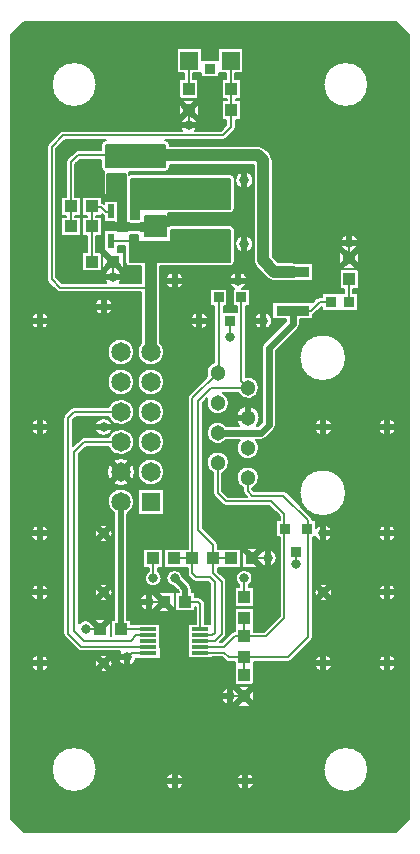
<source format=gbr>
G04 DesignSpark PCB PRO Gerber Version 10.0 Build 5299*
G04 #@! TF.Part,Single*
G04 #@! TF.FileFunction,Copper,L1,Top*
G04 #@! TF.FilePolarity,Positive*
%FSLAX36Y36*%
%MOIN*%
G04 #@! TA.AperFunction,SMDPad,CuDef*
%ADD27R,0.02362X0.04724*%
%ADD72R,0.03150X0.04528*%
%ADD76R,0.03937X0.04291*%
%ADD28R,0.05500X0.06000*%
%ADD80R,0.03346X0.03346*%
%ADD78R,0.03543X0.03543*%
%ADD81R,0.03740X0.03740*%
%ADD77R,0.05906X0.05906*%
G04 #@! TA.AperFunction,ComponentPad*
%ADD25R,0.06496X0.06496*%
G04 #@! TD.AperFunction*
%ADD17C,0.00500*%
%ADD18C,0.00787*%
%ADD22C,0.01969*%
%ADD20C,0.02000*%
%ADD24C,0.02362*%
G04 #@! TA.AperFunction,ViaPad*
%ADD21C,0.03200*%
G04 #@! TD.AperFunction*
%ADD23C,0.03937*%
G04 #@! TA.AperFunction,ComponentPad*
%ADD74C,0.05130*%
%ADD26C,0.06496*%
G04 #@! TA.AperFunction,SMDPad,CuDef*
%ADD75R,0.05512X0.01181*%
%ADD79R,0.11063X0.03465*%
%ADD73R,0.04291X0.03937*%
%ADD29R,0.18898X0.08858*%
G04 #@! TD.AperFunction*
X0Y0D02*
D02*
D17*
X803150Y2447441D02*
Y2497441D01*
D02*
D18*
X69744Y2689839D02*
Y73941D01*
X113311Y30374D01*
X1351256D01*
X1394823Y73941D01*
Y2689839D01*
X1351256Y2733406D01*
X113311D01*
X69744Y2689839D01*
X135417Y594488D02*
G75*
G02*
X195291I29937J0D01*
G01*
G75*
G02*
X135417I-29937J0D01*
G01*
Y830709D02*
G75*
G02*
X195291I29937J0D01*
G01*
G75*
G02*
X135417I-29937J0D01*
G01*
Y1027559D02*
G75*
G02*
X195291I29937J0D01*
G01*
G75*
G02*
X135417I-29937J0D01*
G01*
Y1381890D02*
G75*
G02*
X195291I29937J0D01*
G01*
G75*
G02*
X135417I-29937J0D01*
G01*
Y1736220D02*
G75*
G02*
X195291I29937J0D01*
G01*
G75*
G02*
X135417I-29937J0D01*
G01*
X1019843Y1928150D02*
X1075000D01*
Y1869882D01*
X1019843D01*
G75*
G02*
X1007874Y1867520I-11969J29138D01*
G01*
X947441D01*
G75*
G02*
X925142Y1876772I0J31496D01*
G01*
X887205Y1914709D01*
G75*
G02*
X877953Y1937008I22244J22299D01*
G01*
Y2255906D01*
X598425D01*
Y2248031D01*
G75*
G02*
X582677Y2232283I-15748J0D01*
G01*
X462697D01*
Y2223299D01*
G75*
G02*
X468504Y2224409I5807J-14638D01*
G01*
X799213D01*
G75*
G02*
X814961Y2208661I0J-15748D01*
G01*
Y2110236D01*
G75*
G02*
X799213Y2094488I-15748J0D01*
G01*
X592618D01*
Y2051740D01*
G75*
G02*
X594488Y2053008I9752J-12374D01*
G01*
Y2056102D01*
X807087D01*
Y2053008D01*
G75*
G02*
X814961Y2039370I-7874J-13638D01*
G01*
Y1933071D01*
G75*
G02*
X799213Y1917323I-15748J0D01*
G01*
X566929D01*
Y1663031D01*
G75*
G02*
X579724Y1631890I-31500J-31142D01*
G01*
G75*
G02*
X491142I-44291J0D01*
G01*
G75*
G02*
X503937Y1663031I44295J0D01*
G01*
Y1830709D01*
X232307D01*
G75*
G02*
X221150Y1835323I-20J15748D01*
G01*
X193591Y1862882D01*
G75*
G02*
X188976Y1874016I11134J11138D01*
G01*
Y2314961D01*
G75*
G02*
X193591Y2326094I15748J-4D01*
G01*
X232961Y2365465D01*
G75*
G02*
X244118Y2370079I11138J-11134D01*
G01*
X638862D01*
G75*
G02*
X634118Y2402047I22555J19685D01*
G01*
X627795D01*
Y2472835D01*
X695039D01*
Y2402047D01*
X688717D01*
G75*
G02*
X683972Y2370079I-27299J-12283D01*
G01*
X769067D01*
X787402Y2388413D01*
Y2404173D01*
X771654D01*
Y2470709D01*
X788839D01*
Y2474173D01*
X771654D01*
Y2540709D01*
X785433D01*
Y2561024D01*
X761811D01*
Y2547244D01*
X702756D01*
Y2561024D01*
X677165D01*
Y2540709D01*
X692913D01*
Y2474173D01*
X629921D01*
Y2540709D01*
X645669D01*
Y2561024D01*
X622047D01*
Y2643701D01*
X704724D01*
Y2606299D01*
X759843D01*
Y2643701D01*
X842520D01*
Y2561024D01*
X816929D01*
Y2540709D01*
X834646D01*
Y2474173D01*
X817461D01*
Y2470709D01*
X834646D01*
Y2404173D01*
X818898D01*
Y2381890D01*
G75*
G02*
X814283Y2370756I-15748J4D01*
G01*
X786724Y2343197D01*
G75*
G02*
X775567Y2338583I-11138J11134D01*
G01*
X582677D01*
G75*
G02*
X598425Y2322835I0J-15748D01*
G01*
Y2318898D01*
X893657D01*
G75*
G02*
X915972Y2309673I43J-31496D01*
G01*
X931720Y2293925D01*
G75*
G02*
X940945Y2271654I-22272J-22272D01*
G01*
G75*
G02*
Y2271642I-13268J-4D01*
G01*
G75*
G02*
Y2271610I-11953J-16D01*
G01*
Y1950055D01*
X960488Y1930512D01*
X1007874D01*
G75*
G02*
X1019843Y1928150I0J-31500D01*
G01*
X1165354Y1907717D02*
X1228346D01*
Y1841181D01*
X1210630D01*
Y1829724D01*
X1225394D01*
Y1768701D01*
X1105315D01*
Y1783465D01*
X1104949D01*
X1080622Y1759142D01*
G75*
G02*
X1075000Y1755524I-11138J11130D01*
G01*
Y1741142D01*
X1031496D01*
Y1724409D01*
G75*
G02*
X1024567Y1707697I-23622J0D01*
G01*
X952756Y1635886D01*
Y1389764D01*
G75*
G02*
X945827Y1373051I-23622J0D01*
G01*
X918681Y1345906D01*
G75*
G02*
X901969Y1338976I-16713J16693D01*
G01*
X884866D01*
G75*
G02*
X895728Y1312598I-26598J-26378D01*
G01*
G75*
G02*
X820807I-37461J0D01*
G01*
G75*
G02*
X831669Y1338976I37461J0D01*
G01*
X787343D01*
G75*
G02*
X720807Y1362598I-29075J23622D01*
G01*
G75*
G02*
X787343Y1386220I37461J0D01*
G01*
X828748D01*
G75*
G02*
X818681Y1412598I29520J26374D01*
G01*
G75*
G02*
X897854I39587J0D01*
G01*
G75*
G02*
X887787Y1386220I-39587J-4D01*
G01*
X892185D01*
X905512Y1399547D01*
Y1645669D01*
G75*
G02*
X912441Y1662382I23622J0D01*
G01*
X984252Y1734193D01*
Y1741142D01*
X940748D01*
Y1799409D01*
X1075000D01*
Y1798059D01*
X1087291Y1810346D01*
G75*
G02*
X1098449Y1814961I11138J-11134D01*
G01*
X1105315D01*
Y1829724D01*
X1179134D01*
Y1841181D01*
X1165354D01*
Y1907717D01*
X1030512Y1162559D02*
G75*
G02*
X1186024I77756J0D01*
G01*
G75*
G02*
X1030512I-77756J0D01*
G01*
Y1612638D02*
G75*
G02*
X1186024I77756J0D01*
G01*
G75*
G02*
X1030512I-77756J0D01*
G01*
X1080299Y1381890D02*
G75*
G02*
X1140173I29937J0D01*
G01*
G75*
G02*
X1080299I-29937J0D01*
G01*
X1085630Y1044610D02*
G75*
G02*
X1140173Y1027559I24606J-17051D01*
G01*
G75*
G02*
X1083173Y1014764I-29937J0D01*
G01*
X1074803D01*
Y681102D01*
G75*
G02*
X1070177Y669953I-15748J0D01*
G01*
X1003508Y603287D01*
G75*
G02*
X992358Y598661I-11150J11122D01*
G01*
X877953D01*
Y521220D01*
X814961D01*
Y598425D01*
X795299D01*
G75*
G02*
X784142Y603039I-20J15748D01*
G01*
X773205Y613972D01*
X739409D01*
Y612008D01*
X660669D01*
Y726181D01*
X685039D01*
Y783465D01*
X682441D01*
Y767717D01*
X615906D01*
Y830709D01*
X627520D01*
Y833984D01*
X611201Y850299D01*
G75*
G02*
X586362Y877953I2972J27654D01*
G01*
G75*
G02*
X641827Y880925I27811J0D01*
G01*
X664484Y858264D01*
G75*
G02*
X670827Y842953I-15311J-15311D01*
G01*
Y830709D01*
X682441D01*
Y814961D01*
X692913D01*
G75*
G02*
X704075Y810323I0J-15748D01*
G01*
X711898Y802500D01*
G75*
G02*
X716535Y791339I-11110J-11161D01*
G01*
Y726181D01*
X732283D01*
Y859618D01*
X725760Y866142D01*
X685063D01*
G75*
G02*
X673906Y870756I-20J15748D01*
G01*
X662094Y882567D01*
G75*
G02*
X657480Y893701I11134J11138D01*
G01*
Y913386D01*
X580472D01*
Y976378D01*
X657913D01*
Y1477992D01*
G75*
G02*
X662528Y1489126I15748J-4D01*
G01*
X723098Y1549701D01*
G75*
G02*
X746063Y1598016I35169J12898D01*
G01*
Y1786417D01*
X733268D01*
Y1843504D01*
X790354D01*
Y1786417D01*
X777559D01*
Y1766890D01*
X820866D01*
Y1786417D01*
X808071D01*
Y1843504D01*
X812988D01*
G75*
G02*
X796835Y1870079I13783J26575D01*
G01*
G75*
G02*
X856709I29937J0D01*
G01*
G75*
G02*
X840555Y1843504I-29937J0D01*
G01*
X865157D01*
Y1786417D01*
X852362D01*
Y1549591D01*
G75*
G02*
X895728Y1512598I5906J-36992D01*
G01*
G75*
G02*
X824654Y1496063I-37461J0D01*
G01*
X775102D01*
G75*
G02*
X795728Y1462598I-16835J-33465D01*
G01*
G75*
G02*
X720807I-37461J0D01*
G01*
G75*
G02*
X723689Y1477008I37457J0D01*
G01*
X708661Y1461980D01*
Y1045894D01*
X754795Y999756D01*
G75*
G02*
X759409Y988622I-11134J-11138D01*
G01*
Y976378D01*
X836850D01*
Y913386D01*
X759843D01*
Y900224D01*
X782787Y877276D01*
G75*
G02*
X787402Y866142I-11134J-11138D01*
G01*
Y692913D01*
G75*
G02*
X782787Y681780I-15748J4D01*
G01*
X766165Y665154D01*
X772803D01*
X803827Y696173D01*
G75*
G02*
X814961Y700787I11138J-11134D01*
G01*
Y777598D01*
X877953D01*
Y700157D01*
X914102D01*
X964567Y750618D01*
Y1014764D01*
X953740D01*
Y1071850D01*
X964567D01*
Y1084028D01*
X930484Y1118110D01*
X787425D01*
G75*
G02*
X776268Y1122724I-20J15748D01*
G01*
X747134Y1151858D01*
G75*
G02*
X742520Y1162992I11134J11138D01*
G01*
Y1228610D01*
G75*
G02*
X720807Y1262598I15748J33988D01*
G01*
G75*
G02*
X795728I37461J0D01*
G01*
G75*
G02*
X774016Y1228610I-37461J0D01*
G01*
Y1169516D01*
X793925Y1149606D01*
X855681D01*
X847134Y1158157D01*
G75*
G02*
X842520Y1169291I11134J11138D01*
G01*
Y1178610D01*
G75*
G02*
X820807Y1212598I15748J33988D01*
G01*
G75*
G02*
X895728I37461J0D01*
G01*
G75*
G02*
X874016Y1178610I-37461J0D01*
G01*
Y1175815D01*
X880539Y1169291D01*
X976354D01*
G75*
G02*
X987512Y1164677I20J-15748D01*
G01*
X1070189Y1082000D01*
G75*
G02*
X1074772Y1071850I-11134J-11138D01*
G01*
X1085630D01*
Y1044610D01*
X1080299Y594488D02*
G75*
G02*
X1140173I29937J0D01*
G01*
G75*
G02*
X1080299I-29937J0D01*
G01*
X1110236Y240157D02*
G75*
G02*
X1259843I74803J0D01*
G01*
G75*
G02*
X1110236I-74803J0D01*
G01*
X1080299Y830709D02*
G75*
G02*
X1140173I29937J0D01*
G01*
G75*
G02*
X1080299I-29937J0D01*
G01*
X812835Y519882D02*
X880079D01*
Y449094D01*
X812835D01*
Y457594D01*
G75*
G02*
X769276Y484252I-13622J26657D01*
G01*
G75*
G02*
X812835Y510909I29937J0D01*
G01*
Y519882D01*
X820457Y200787D02*
G75*
G02*
X880331I29937J0D01*
G01*
G75*
G02*
X820457I-29937J0D01*
G01*
X862205Y847598D02*
X877953D01*
Y781063D01*
X814961D01*
Y847598D01*
X830709D01*
Y855031D01*
G75*
G02*
X818646Y877953I15748J22921D01*
G01*
G75*
G02*
X874268I27811J0D01*
G01*
G75*
G02*
X862205Y855031I-27811J0D01*
G01*
Y847598D01*
X908976Y970043D02*
G75*
G02*
X955134Y944882I16220J-25161D01*
G01*
G75*
G02*
X908976Y919720I-29937J0D01*
G01*
Y911260D01*
X838189D01*
Y978504D01*
X908976D01*
Y970043D01*
X879512Y1736220D02*
G75*
G02*
X939386I29937J0D01*
G01*
G75*
G02*
X879512I-29937J0D01*
G01*
X816520Y1992126D02*
G75*
G02*
X876394I29937J0D01*
G01*
G75*
G02*
X816520I-29937J0D01*
G01*
Y2204724D02*
G75*
G02*
X876394I29937J0D01*
G01*
G75*
G02*
X816520I-29937J0D01*
G01*
X584236Y1870079D02*
G75*
G02*
X644110I29937J0D01*
G01*
G75*
G02*
X584236I-29937J0D01*
G01*
X666913Y1736220D02*
G75*
G02*
X726787I29937J0D01*
G01*
G75*
G02*
X666913I-29937J0D01*
G01*
X566181Y649567D02*
X568307D01*
Y609882D01*
X486319D01*
G75*
G02*
X426756Y614173I-29626J4291D01*
G01*
G75*
G02*
X433965Y633657I29937J0D01*
G01*
X369520D01*
G75*
G02*
X366823Y633858I-185J15740D01*
G01*
X303173D01*
G75*
G02*
X292016Y638472I-20J15748D01*
G01*
X248709Y681780D01*
G75*
G02*
X244094Y692913I11134J11138D01*
G01*
Y1413386D01*
G75*
G02*
X248709Y1424520I15748J-4D01*
G01*
X267213Y1443024D01*
G75*
G02*
X278370Y1447638I11138J-11134D01*
G01*
X394035D01*
G75*
G02*
X479724Y1431890I41398J-15748D01*
G01*
G75*
G02*
X394035Y1416142I-44291J0D01*
G01*
X284870D01*
X275591Y1406862D01*
Y1317547D01*
X301071Y1343024D01*
G75*
G02*
X312228Y1347638I11138J-11134D01*
G01*
X394035D01*
G75*
G02*
X479724Y1331890I41398J-15748D01*
G01*
G75*
G02*
X394035Y1316142I-44291J0D01*
G01*
X318728D01*
X295276Y1292689D01*
Y727051D01*
G75*
G02*
X331181Y735961I23622J-18390D01*
G01*
Y742087D01*
X401969D01*
Y684839D01*
X403307D01*
Y739961D01*
X413780D01*
Y1093252D01*
G75*
G02*
X391142Y1131890I21654J38638D01*
G01*
G75*
G02*
X479724I44291J0D01*
G01*
G75*
G02*
X457087Y1093252I-44291J0D01*
G01*
Y739961D01*
X469843D01*
Y724209D01*
X487441D01*
Y726181D01*
X566181D01*
Y649567D01*
X348016Y1381890D02*
G75*
G02*
X407890I29937J0D01*
G01*
G75*
G02*
X348016I-29937J0D01*
G01*
Y830709D02*
G75*
G02*
X407890I29937J0D01*
G01*
G75*
G02*
X348016I-29937J0D01*
G01*
Y1027559D02*
G75*
G02*
X407890I29937J0D01*
G01*
G75*
G02*
X348016I-29937J0D01*
G01*
X389016Y1231890D02*
G75*
G02*
X481850I46417J0D01*
G01*
G75*
G02*
X389016I-46417J0D01*
G01*
X348016Y594488D02*
G75*
G02*
X407890I29937J0D01*
G01*
G75*
G02*
X348016I-29937J0D01*
G01*
Y1783465D02*
G75*
G02*
X407890I29937J0D01*
G01*
G75*
G02*
X348016I-29937J0D01*
G01*
X391142Y1531890D02*
G75*
G02*
X479724I44291J0D01*
G01*
G75*
G02*
X391142I-44291J0D01*
G01*
Y1631890D02*
G75*
G02*
X479724I44291J0D01*
G01*
G75*
G02*
X391142I-44291J0D01*
G01*
X491142Y1176181D02*
X579724D01*
Y1087598D01*
X491142D01*
Y1176181D01*
X543780Y832835D02*
X614567D01*
Y765591D01*
X543780D01*
Y774051D01*
G75*
G02*
X497622Y799213I-16220J25161D01*
G01*
G75*
G02*
X543780Y824374I29937J0D01*
G01*
Y832835D01*
X584236Y200787D02*
G75*
G02*
X644110I29937J0D01*
G01*
G75*
G02*
X584236I-29937J0D01*
G01*
X510472Y976378D02*
X577008D01*
Y913386D01*
X559488D01*
Y900571D01*
G75*
G02*
X571118Y877953I-16181J-22618D01*
G01*
G75*
G02*
X515496I-27811J0D01*
G01*
G75*
G02*
X527992Y901165I27811J0D01*
G01*
Y913386D01*
X510472D01*
Y976378D01*
X491142Y1231890D02*
G75*
G02*
X579724I44291J0D01*
G01*
G75*
G02*
X491142I-44291J0D01*
G01*
Y1331890D02*
G75*
G02*
X579724I44291J0D01*
G01*
G75*
G02*
X491142I-44291J0D01*
G01*
Y1431890D02*
G75*
G02*
X579724I44291J0D01*
G01*
G75*
G02*
X491142I-44291J0D01*
G01*
Y1531890D02*
G75*
G02*
X579724I44291J0D01*
G01*
G75*
G02*
X491142I-44291J0D01*
G01*
X204724Y240157D02*
G75*
G02*
X354331I74803J0D01*
G01*
G75*
G02*
X204724I-74803J0D01*
G01*
Y2523622D02*
G75*
G02*
X354331I74803J0D01*
G01*
G75*
G02*
X204724I-74803J0D01*
G01*
X1110236D02*
G75*
G02*
X1259843I74803J0D01*
G01*
G75*
G02*
X1110236I-74803J0D01*
G01*
X1222012Y1979843D02*
X1230472D01*
Y1909055D01*
X1163228D01*
Y1979843D01*
X1171689D01*
G75*
G02*
X1166913Y1996063I25161J16220D01*
G01*
G75*
G02*
X1226787I29937J0D01*
G01*
G75*
G02*
X1222012Y1979843I-29937J0D01*
G01*
X1292898Y594488D02*
G75*
G02*
X1352772I29937J0D01*
G01*
G75*
G02*
X1292898I-29937J0D01*
G01*
Y830709D02*
G75*
G02*
X1352772I29937J0D01*
G01*
G75*
G02*
X1292898I-29937J0D01*
G01*
Y1027559D02*
G75*
G02*
X1352772I29937J0D01*
G01*
G75*
G02*
X1292898I-29937J0D01*
G01*
Y1381890D02*
G75*
G02*
X1352772I29937J0D01*
G01*
G75*
G02*
X1292898I-29937J0D01*
G01*
X73681Y200787D02*
G36*
X73681Y200787D02*
Y70004D01*
X109374Y34311D01*
X1355193D01*
X1390886Y70004D01*
Y200787D01*
X1248642D01*
G75*
G02*
X1121437I-63602J39370D01*
G01*
X880331D01*
G75*
G02*
X820457I-29937J0D01*
G01*
X644110D01*
G75*
G02*
X584236I-29937J0D01*
G01*
X343130D01*
G75*
G02*
X215925I-63602J39370D01*
G01*
X73681D01*
G37*
Y240157D02*
G36*
X73681Y240157D02*
Y200787D01*
X215925D01*
G75*
G02*
X204724Y240157I63606J39374D01*
G01*
X73681D01*
G37*
X354331D02*
G36*
X354331Y240157D02*
G75*
G02*
X343130Y200787I-74807J4D01*
G01*
X584236D01*
G75*
G02*
X644110I29937J0D01*
G01*
X820457D01*
G75*
G02*
X880331I29937J0D01*
G01*
X1121437D01*
G75*
G02*
X1110236Y240157I63606J39374D01*
G01*
X354331D01*
G37*
X1259843D02*
G36*
X1259843Y240157D02*
G75*
G02*
X1248642Y200787I-74807J4D01*
G01*
X1390886D01*
Y240157D01*
X1259843D01*
G37*
X73681Y484488D02*
G36*
X73681Y484488D02*
Y240157D01*
X204724D01*
G75*
G02*
X354331I74803J0D01*
G01*
X1110236D01*
G75*
G02*
X1259843I74803J0D01*
G01*
X1390886D01*
Y484488D01*
X880079D01*
Y449094D01*
X812835D01*
Y457594D01*
G75*
G02*
X769276Y484252I-13622J26657D01*
G01*
G75*
G02*
Y484488I30008J118D01*
G01*
X73681D01*
G37*
Y594488D02*
G36*
X73681Y594488D02*
Y484488D01*
X769276D01*
G75*
G02*
X812835Y510909I29937J-236D01*
G01*
Y519882D01*
X880079D01*
Y484488D01*
X1390886D01*
Y594488D01*
X1352772D01*
G75*
G02*
X1292898I-29937J0D01*
G01*
X1140173D01*
G75*
G02*
X1080299I-29937J0D01*
G01*
X877953D01*
Y521220D01*
X814961D01*
Y594488D01*
X479244D01*
G75*
G02*
X434138I-22551J19685D01*
G01*
X407890D01*
G75*
G02*
X348016I-29937J0D01*
G01*
X195291D01*
G75*
G02*
X135417I-29937J0D01*
G01*
X73681D01*
G37*
Y799213D02*
G36*
X73681Y799213D02*
Y594488D01*
X135417D01*
G75*
G02*
X195291I29937J0D01*
G01*
X348016D01*
G75*
G02*
X407890I29937J0D01*
G01*
X434138D01*
G75*
G02*
X426756Y614173I22555J19685D01*
G01*
G75*
G02*
Y614177I22559J4D01*
G01*
G75*
G02*
X433965Y633657I29925J0D01*
G01*
X369520D01*
G75*
G02*
X366823Y633858I-169J15965D01*
G01*
X303173D01*
G75*
G02*
X292016Y638472I-16J15760D01*
G01*
X248709Y681780D01*
G75*
G02*
X244094Y692913I11138J11138D01*
G01*
Y799213D01*
X73681D01*
G37*
X295276D02*
G36*
X295276Y799213D02*
Y727051D01*
G75*
G02*
X331181Y735961I23622J-18390D01*
G01*
Y742087D01*
X401969D01*
Y684839D01*
X403307D01*
Y739961D01*
X413780D01*
Y799213D01*
X295276D01*
G37*
X457087D02*
G36*
X457087Y799213D02*
Y739961D01*
X469843D01*
Y724209D01*
X487441D01*
Y726181D01*
X566181D01*
Y649567D01*
X568307D01*
Y609882D01*
X486319D01*
G75*
G02*
X479244Y594488I-29626J4295D01*
G01*
X814961D01*
Y598425D01*
X795299D01*
G75*
G02*
X784142Y603039I-16J15760D01*
G01*
X773205Y613972D01*
X739409D01*
Y612008D01*
X660669D01*
Y726181D01*
X685039D01*
Y783465D01*
X682441D01*
Y767717D01*
X615906D01*
Y799213D01*
X614567D01*
Y765591D01*
X543780D01*
Y774051D01*
G75*
G02*
X497622Y799213I-16220J25165D01*
G01*
X457087D01*
G37*
X716535Y791339D02*
G36*
X716535Y791339D02*
Y726181D01*
X732283D01*
Y799213D01*
X714425D01*
G75*
G02*
X716535Y791343I-13630J-7874D01*
G01*
G75*
G02*
Y791339I-16114J0D01*
G01*
G37*
X766165Y665154D02*
G36*
X766165Y665154D02*
X772803D01*
X803827Y696173D01*
G75*
G02*
X814961Y700787I11138J-11138D01*
G01*
Y777598D01*
X877953D01*
Y700157D01*
X914102D01*
X964567Y750618D01*
Y799213D01*
X877953D01*
Y781063D01*
X814961D01*
Y799213D01*
X787402D01*
Y692913D01*
G75*
G02*
X782787Y681780I-15752J4D01*
G01*
X766165Y665154D01*
G37*
X877953Y598661D02*
G36*
X877953Y598661D02*
Y594488D01*
X1080299D01*
G75*
G02*
X1140173I29937J0D01*
G01*
X1292898D01*
G75*
G02*
X1352772I29937J0D01*
G01*
X1390886D01*
Y799213D01*
X1074803D01*
Y681102D01*
G75*
G02*
Y681094I-18047J-4D01*
G01*
G75*
G02*
X1070177Y669953I-15732J0D01*
G01*
X1003508Y603287D01*
G75*
G02*
X992358Y598661I-11142J11106D01*
G01*
X877953D01*
G37*
X73681Y830709D02*
G36*
X73681Y830709D02*
Y799213D01*
X244094D01*
Y830709D01*
X195291D01*
G75*
G02*
X135417I-29937J0D01*
G01*
X73681D01*
G37*
X295276D02*
G36*
X295276Y830709D02*
Y799213D01*
X413780D01*
Y830709D01*
X407890D01*
G75*
G02*
X348016I-29937J0D01*
G01*
X295276D01*
G37*
X457087D02*
G36*
X457087Y830709D02*
Y799213D01*
X497622D01*
G75*
G02*
X543780Y824374I29937J0D01*
G01*
Y830709D01*
X457087D01*
G37*
X614567D02*
G36*
X614567Y830709D02*
Y799213D01*
X615906D01*
Y830709D01*
X614567D01*
G37*
X682441D02*
G36*
X682441Y830709D02*
Y814961D01*
X692913D01*
G75*
G02*
X704075Y810323I4J-15740D01*
G01*
X711898Y802500D01*
G75*
G02*
X714425Y799213I-11102J-11154D01*
G01*
X732283D01*
Y830709D01*
X682441D01*
G37*
X787402D02*
G36*
X787402Y830709D02*
Y799213D01*
X814961D01*
Y830709D01*
X787402D01*
G37*
X877953D02*
G36*
X877953Y830709D02*
Y799213D01*
X964567D01*
Y830709D01*
X877953D01*
G37*
X1074803D02*
G36*
X1074803Y830709D02*
Y799213D01*
X1390886D01*
Y830709D01*
X1352772D01*
G75*
G02*
X1292898I-29937J0D01*
G01*
X1140173D01*
G75*
G02*
X1080299I-29937J0D01*
G01*
X1074803D01*
G37*
X73681Y944882D02*
G36*
X73681Y944882D02*
Y830709D01*
X135417D01*
G75*
G02*
X195291I29937J0D01*
G01*
X244094D01*
Y944882D01*
X73681D01*
G37*
X295276D02*
G36*
X295276Y944882D02*
Y830709D01*
X348016D01*
G75*
G02*
X407890I29937J0D01*
G01*
X413780D01*
Y944882D01*
X295276D01*
G37*
X457087D02*
G36*
X457087Y944882D02*
Y830709D01*
X543780D01*
Y832835D01*
X614567D01*
Y830709D01*
X615906D01*
X627520D01*
Y833984D01*
X611201Y850299D01*
G75*
G02*
X586362Y877953I2972J27654D01*
G01*
G75*
G02*
X641827Y880925I27811J0D01*
G01*
X664484Y858264D01*
G75*
G02*
X670827Y842953I-15319J-15315D01*
G01*
Y830709D01*
X682441D01*
X732283D01*
Y859618D01*
X725760Y866142D01*
X685063D01*
G75*
G02*
X673906Y870756I-16J15760D01*
G01*
X662094Y882567D01*
G75*
G02*
X657480Y893701I11138J11138D01*
G01*
Y913386D01*
X580472D01*
Y944882D01*
X577008D01*
Y913386D01*
X559488D01*
Y900571D01*
G75*
G02*
X571118Y877953I-16185J-22622D01*
G01*
G75*
G02*
X515496I-27811J0D01*
G01*
G75*
G02*
X527992Y901165I27811J0D01*
G01*
Y913386D01*
X510472D01*
Y944882D01*
X457087D01*
G37*
X759843Y913386D02*
G36*
X759843Y913386D02*
Y900224D01*
X782787Y877276D01*
G75*
G02*
X787402Y866142I-11138J-11138D01*
G01*
Y830709D01*
X814961D01*
Y847598D01*
X830709D01*
Y855031D01*
G75*
G02*
X818646Y877953I15760J22929D01*
G01*
G75*
G02*
X874268I27811J0D01*
G01*
G75*
G02*
X862205Y855031I-27823J8D01*
G01*
Y847598D01*
X877953D01*
Y830709D01*
X964567D01*
Y944882D01*
X955134D01*
G75*
G02*
X908976Y919720I-29937J0D01*
G01*
Y911260D01*
X838189D01*
Y944882D01*
X836850D01*
Y913386D01*
X759843D01*
G37*
X1074803Y944882D02*
G36*
X1074803Y944882D02*
Y830709D01*
X1080299D01*
G75*
G02*
X1140173I29937J0D01*
G01*
X1292898D01*
G75*
G02*
X1352772I29937J0D01*
G01*
X1390886D01*
Y944882D01*
X1074803D01*
G37*
X73681Y1027559D02*
G36*
X73681Y1027559D02*
Y944882D01*
X244094D01*
Y1027559D01*
X195291D01*
G75*
G02*
X135417I-29937J0D01*
G01*
X73681D01*
G37*
X295276D02*
G36*
X295276Y1027559D02*
Y944882D01*
X413780D01*
Y1027559D01*
X407890D01*
G75*
G02*
X348016I-29937J0D01*
G01*
X295276D01*
G37*
X457087D02*
G36*
X457087Y1027559D02*
Y944882D01*
X510472D01*
Y976378D01*
X577008D01*
Y944882D01*
X580472D01*
Y976378D01*
X657913D01*
Y1027559D01*
X457087D01*
G37*
X726996D02*
G36*
X726996Y1027559D02*
X754795Y999756D01*
G75*
G02*
X759409Y988622I-11138J-11138D01*
G01*
Y976378D01*
X836850D01*
Y944882D01*
X838189D01*
Y978504D01*
X908976D01*
Y970043D01*
G75*
G02*
X955134Y944882I16220J-25165D01*
G01*
X964567D01*
Y1014764D01*
X953740D01*
Y1027559D01*
X726996D01*
G37*
X1074803Y1014764D02*
G36*
X1074803Y1014764D02*
Y944882D01*
X1390886D01*
Y1027559D01*
X1352772D01*
G75*
G02*
X1292898I-29937J0D01*
G01*
X1140173D01*
G75*
G02*
X1083173Y1014764I-29937J0D01*
G01*
X1074803D01*
G37*
X73681Y1162559D02*
G36*
X73681Y1162559D02*
Y1027559D01*
X135417D01*
G75*
G02*
X195291I29937J0D01*
G01*
X244094D01*
Y1162559D01*
X73681D01*
G37*
X295276D02*
G36*
X295276Y1162559D02*
Y1027559D01*
X348016D01*
G75*
G02*
X407890I29937J0D01*
G01*
X413780D01*
Y1093252D01*
G75*
G02*
X391142Y1131886I21650J38634D01*
G01*
G75*
G02*
Y1131890I75193J4D01*
G01*
G75*
G02*
X403476Y1162559I44291J0D01*
G01*
X295276D01*
G37*
X457087Y1093252D02*
G36*
X457087Y1093252D02*
Y1027559D01*
X657913D01*
Y1162559D01*
X579724D01*
Y1087598D01*
X491142D01*
Y1162559D01*
X467390D01*
G75*
G02*
X479724Y1131890I-31957J-30669D01*
G01*
G75*
G02*
Y1131886I-75193J0D01*
G01*
G75*
G02*
X457087Y1093252I-44287J0D01*
G01*
G37*
X708661Y1162559D02*
G36*
X708661Y1162559D02*
Y1045894D01*
X726996Y1027559D01*
X953740D01*
Y1071850D01*
X964567D01*
Y1084028D01*
X930484Y1118110D01*
X787425D01*
G75*
G02*
X776268Y1122724I-16J15760D01*
G01*
X747134Y1151858D01*
G75*
G02*
X742528Y1162559I11138J11138D01*
G01*
X708661D01*
G37*
X780972D02*
G36*
X780972Y1162559D02*
X793925Y1149606D01*
X855681D01*
X847134Y1158157D01*
G75*
G02*
X844031Y1162559I11138J11142D01*
G01*
X780972D01*
G37*
X1030512D02*
G36*
X1030512Y1162559D02*
X989630D01*
X1070189Y1082000D01*
G75*
G02*
X1074772Y1071850I-11114J-11130D01*
G01*
X1085630D01*
Y1044610D01*
G75*
G02*
X1140173Y1027563I24606J-17047D01*
G01*
G75*
G02*
Y1027559I-56394J0D01*
G01*
X1292898D01*
G75*
G02*
X1352772I29937J0D01*
G01*
X1390886D01*
Y1162559D01*
X1186024D01*
G75*
G02*
X1030512I-77756J0D01*
G01*
G37*
X73681Y1231890D02*
G36*
X73681Y1231890D02*
Y1162559D01*
X244094D01*
Y1231890D01*
X73681D01*
G37*
X295276D02*
G36*
X295276Y1231890D02*
Y1162559D01*
X403476D01*
G75*
G02*
X467390I31957J-30669D01*
G01*
X491142D01*
Y1176181D01*
X579724D01*
Y1162559D01*
X657913D01*
Y1231890D01*
X579724D01*
G75*
G02*
X491142I-44291J0D01*
G01*
X481850D01*
G75*
G02*
X389016I-46417J0D01*
G01*
X295276D01*
G37*
X708661D02*
G36*
X708661Y1231890D02*
Y1162559D01*
X742528D01*
G75*
G02*
X742520Y1162992I15748J504D01*
G01*
Y1228610D01*
G75*
G02*
X736815Y1231890I15740J33984D01*
G01*
X708661D01*
G37*
X774016Y1228610D02*
G36*
X774016Y1228610D02*
Y1169516D01*
X780972Y1162559D01*
X844031D01*
G75*
G02*
X842520Y1169291I14236J6732D01*
G01*
Y1178610D01*
G75*
G02*
X820807Y1212594I15740J33984D01*
G01*
G75*
G02*
Y1212598I37594J4D01*
G01*
G75*
G02*
X826157Y1231890I37461J-4D01*
G01*
X779720D01*
G75*
G02*
X774016Y1228610I-21445J30705D01*
G01*
G37*
X874016Y1178610D02*
G36*
X874016Y1178610D02*
Y1175815D01*
X880539Y1169291D01*
X976354D01*
G75*
G02*
X987512Y1164677I16J-15760D01*
G01*
X989630Y1162559D01*
X1030512D01*
G75*
G02*
X1073067Y1231890I77756J-4D01*
G01*
X890378D01*
G75*
G02*
X895728Y1212598I-32110J-19295D01*
G01*
G75*
G02*
Y1212594I-37594J0D01*
G01*
G75*
G02*
X874016Y1178610I-37453J0D01*
G01*
G37*
X1143469Y1231890D02*
G36*
X1143469Y1231890D02*
G75*
G02*
X1186024Y1162559I-35201J-69335D01*
G01*
X1390886D01*
Y1231890D01*
X1143469D01*
G37*
X73681Y1331890D02*
G36*
X73681Y1331890D02*
Y1231890D01*
X244094D01*
Y1331890D01*
X73681D01*
G37*
X275591D02*
G36*
X275591Y1331890D02*
Y1317547D01*
X289937Y1331890D01*
X275591D01*
G37*
X295276Y1292689D02*
G36*
X295276Y1292689D02*
Y1231890D01*
X389016D01*
G75*
G02*
X481850I46417J0D01*
G01*
X491142D01*
G75*
G02*
X579724I44291J0D01*
G01*
X657913D01*
Y1331890D01*
X579724D01*
G75*
G02*
X491142I-44291J0D01*
G01*
X479724D01*
G75*
G02*
X394035Y1316142I-44291J0D01*
G01*
X318728D01*
X295276Y1292689D01*
G37*
X708661Y1331890D02*
G36*
X708661Y1331890D02*
Y1231890D01*
X736815D01*
G75*
G02*
X720807Y1262594I21445J30705D01*
G01*
G75*
G02*
Y1262598I37594J4D01*
G01*
G75*
G02*
X795728I37461J0D01*
G01*
G75*
G02*
Y1262594I-37594J0D01*
G01*
G75*
G02*
X779720Y1231890I-37453J0D01*
G01*
X826157D01*
G75*
G02*
X890378I32110J-19291D01*
G01*
X1073067D01*
G75*
G02*
X1143469I35201J-69327D01*
G01*
X1390886D01*
Y1331890D01*
X890378D01*
G75*
G02*
X895728Y1312598I-32118J-19295D01*
G01*
G75*
G02*
X820807I-37461J0D01*
G01*
G75*
G02*
X826157Y1331890I37469J-4D01*
G01*
X779724D01*
G75*
G02*
X736811I-21457J30709D01*
G01*
X708661D01*
G37*
X73681Y1381890D02*
G36*
X73681Y1381890D02*
Y1331890D01*
X244094D01*
Y1381890D01*
X195291D01*
G75*
G02*
X135417I-29937J0D01*
G01*
X73681D01*
G37*
X275591D02*
G36*
X275591Y1381890D02*
Y1331890D01*
X289937D01*
X301071Y1343024D01*
G75*
G02*
X312228Y1347638I11142J-11146D01*
G01*
X394035D01*
G75*
G02*
X479724Y1331890I41398J-15748D01*
G01*
X491142D01*
G75*
G02*
X579724I44291J0D01*
G01*
X657913D01*
Y1381890D01*
X407890D01*
G75*
G02*
X348016I-29937J0D01*
G01*
X275591D01*
G37*
X708661D02*
G36*
X708661Y1381890D02*
Y1331890D01*
X736811D01*
G75*
G02*
X720807Y1362598I21457J30709D01*
G01*
G75*
G02*
X726157Y1381890I37465J-4D01*
G01*
X708661D01*
G37*
X787343Y1338976D02*
G36*
X787343Y1338976D02*
G75*
G02*
X779724Y1331890I-29075J23618D01*
G01*
X826157D01*
G75*
G02*
X831669Y1338976I32118J-19295D01*
G01*
X787343D01*
G37*
X884866D02*
G36*
X884866Y1338976D02*
G75*
G02*
X890378Y1331890I-26606J-26382D01*
G01*
X1390886D01*
Y1381890D01*
X1352772D01*
G75*
G02*
X1292898I-29937J0D01*
G01*
X1140173D01*
G75*
G02*
X1080299I-29937J0D01*
G01*
X951406D01*
G75*
G02*
X945827Y1373051I-22244J7862D01*
G01*
X918681Y1345906D01*
G75*
G02*
X901969Y1338976I-16720J16709D01*
G01*
X884866D01*
G37*
X73681Y1431890D02*
G36*
X73681Y1431890D02*
Y1381890D01*
X135417D01*
G75*
G02*
X195291I29937J0D01*
G01*
X244094D01*
Y1413386D01*
G75*
G02*
X248709Y1424520I15752J-4D01*
G01*
X256079Y1431890D01*
X73681D01*
G37*
X275591Y1406862D02*
G36*
X275591Y1406862D02*
Y1381890D01*
X348016D01*
G75*
G02*
X407890I29937J0D01*
G01*
X657913D01*
Y1431890D01*
X579724D01*
G75*
G02*
X491142I-44291J0D01*
G01*
X479724D01*
G75*
G02*
X394035Y1416142I-44291J0D01*
G01*
X284870D01*
X275591Y1406862D01*
G37*
X708661Y1431890D02*
G36*
X708661Y1431890D02*
Y1381890D01*
X726157D01*
G75*
G02*
X787343Y1386220I32110J-19291D01*
G01*
X828748D01*
G75*
G02*
X818681Y1412598I29524J26378D01*
G01*
G75*
G02*
X823701Y1431890I39587J-4D01*
G01*
X779720D01*
G75*
G02*
X736815I-21453J30709D01*
G01*
X708661D01*
G37*
X887787Y1386220D02*
G36*
X887787Y1386220D02*
X892185D01*
X905512Y1399547D01*
Y1431890D01*
X892835D01*
G75*
G02*
X897854Y1412598I-34567J-19295D01*
G01*
G75*
G02*
X887787Y1386220I-39591J0D01*
G01*
G37*
X952756Y1431890D02*
G36*
X952756Y1431890D02*
Y1389764D01*
G75*
G02*
Y1389752I-27067J-4D01*
G01*
G75*
G02*
X951406Y1381890I-23591J4D01*
G01*
X1080299D01*
G75*
G02*
X1140173I29937J0D01*
G01*
X1292898D01*
G75*
G02*
X1352772I29937J0D01*
G01*
X1390886D01*
Y1431890D01*
X952756D01*
G37*
X73681Y1531890D02*
G36*
X73681Y1531890D02*
Y1431890D01*
X256079D01*
X267213Y1443024D01*
G75*
G02*
X278370Y1447638I11142J-11146D01*
G01*
X394035D01*
G75*
G02*
X479724Y1431890I41398J-15748D01*
G01*
X491142D01*
G75*
G02*
X579724I44291J0D01*
G01*
X657913D01*
Y1477992D01*
G75*
G02*
X662528Y1489126I15752J-4D01*
G01*
X705287Y1531890D01*
X579724D01*
G75*
G02*
X491142I-44291J0D01*
G01*
X479724D01*
G75*
G02*
X391142I-44291J0D01*
G01*
X73681D01*
G37*
X708661Y1461980D02*
G36*
X708661Y1461980D02*
Y1431890D01*
X736815D01*
G75*
G02*
X720807Y1462598I21453J30709D01*
G01*
G75*
G02*
X723689Y1477008I37516J-12D01*
G01*
X708661Y1461980D01*
G37*
X795728Y1462598D02*
G36*
X795728Y1462598D02*
G75*
G02*
X779720Y1431890I-37461J0D01*
G01*
X823701D01*
G75*
G02*
X892835I34567J-19291D01*
G01*
X905512D01*
Y1531890D01*
X890378D01*
G75*
G02*
X895728Y1512598I-32110J-19295D01*
G01*
G75*
G02*
Y1512594I-75193J0D01*
G01*
G75*
G02*
X824654Y1496063I-37461J0D01*
G01*
X775102D01*
G75*
G02*
X795728Y1462598I-16839J-33469D01*
G01*
G37*
X952756Y1531890D02*
G36*
X952756Y1531890D02*
Y1431890D01*
X1390886D01*
Y1531890D01*
X952756D01*
G37*
X73681Y1612638D02*
G36*
X73681Y1612638D02*
Y1531890D01*
X391142D01*
G75*
G02*
X479724I44291J0D01*
G01*
X491142D01*
G75*
G02*
X579724I44291J0D01*
G01*
X705287D01*
X723098Y1549701D01*
G75*
G02*
X720807Y1562602I35165J12902D01*
G01*
G75*
G02*
X746063Y1598016I37457J0D01*
G01*
Y1612638D01*
X575323D01*
G75*
G02*
X495543I-39890J19252D01*
G01*
X475323D01*
G75*
G02*
X395543I-39890J19252D01*
G01*
X73681D01*
G37*
X852362D02*
G36*
X852362Y1612638D02*
Y1549591D01*
G75*
G02*
X890378Y1531890I5906J-36992D01*
G01*
X905512D01*
Y1612638D01*
X852362D01*
G37*
X952756D02*
G36*
X952756Y1612638D02*
Y1531890D01*
X1390886D01*
Y1612638D01*
X1186024D01*
G75*
G02*
X1030512I-77756J0D01*
G01*
X952756D01*
G37*
X73681Y1736220D02*
G36*
X73681Y1736220D02*
Y1612638D01*
X395543D01*
G75*
G02*
X391142Y1631890I39890J19248D01*
G01*
G75*
G02*
X479724I44291J0D01*
G01*
G75*
G02*
X475323Y1612638I-44291J-4D01*
G01*
X495543D01*
G75*
G02*
X491142Y1631890I39890J19248D01*
G01*
G75*
G02*
Y1631894I45114J4D01*
G01*
G75*
G02*
X503937Y1663031I44283J0D01*
G01*
Y1736220D01*
X195291D01*
G75*
G02*
X135417I-29937J0D01*
G01*
X73681D01*
G37*
X566929D02*
G36*
X566929Y1736220D02*
Y1663031D01*
G75*
G02*
X579724Y1631894I-31488J-31138D01*
G01*
G75*
G02*
Y1631890I-45114J0D01*
G01*
G75*
G02*
X575323Y1612638I-44291J-4D01*
G01*
X746063D01*
Y1736220D01*
X726787D01*
G75*
G02*
X666913I-29937J0D01*
G01*
X566929D01*
G37*
X852362D02*
G36*
X852362Y1736220D02*
Y1612638D01*
X905512D01*
Y1645669D01*
G75*
G02*
Y1645681I27067J8D01*
G01*
G75*
G02*
X912441Y1662382I23594J0D01*
G01*
X984252Y1734193D01*
Y1736220D01*
X939386D01*
G75*
G02*
X879512I-29937J0D01*
G01*
X852362D01*
G37*
X952756Y1635886D02*
G36*
X952756Y1635886D02*
Y1612638D01*
X1030512D01*
G75*
G02*
X1186024I77756J0D01*
G01*
X1390886D01*
Y1736220D01*
X1031496D01*
Y1724409D01*
G75*
G02*
Y1724398I-27067J-4D01*
G01*
G75*
G02*
X1024567Y1707697I-23594J0D01*
G01*
X952756Y1635886D01*
G37*
X73681Y1783465D02*
G36*
X73681Y1783465D02*
Y1736220D01*
X135417D01*
G75*
G02*
X195291I29937J0D01*
G01*
X503937D01*
Y1783465D01*
X407890D01*
G75*
G02*
X348016I-29937J0D01*
G01*
X73681D01*
G37*
X566929D02*
G36*
X566929Y1783465D02*
Y1736220D01*
X666913D01*
G75*
G02*
X726787I29937J0D01*
G01*
X746063D01*
Y1783465D01*
X566929D01*
G37*
X777559D02*
G36*
X777559Y1783465D02*
Y1766890D01*
X820866D01*
Y1783465D01*
X777559D01*
G37*
X852362D02*
G36*
X852362Y1783465D02*
Y1736220D01*
X879512D01*
G75*
G02*
X939386I29937J0D01*
G01*
X984252D01*
Y1741142D01*
X940748D01*
Y1783465D01*
X852362D01*
G37*
X1031496Y1741142D02*
G36*
X1031496Y1741142D02*
Y1736220D01*
X1390886D01*
Y1783465D01*
X1225394D01*
Y1768701D01*
X1105315D01*
Y1783465D01*
X1104949D01*
X1080622Y1759142D01*
G75*
G02*
X1075000Y1755524I-11169J11177D01*
G01*
Y1741142D01*
X1031496D01*
G37*
X73681Y1870079D02*
G36*
X73681Y1870079D02*
Y1783465D01*
X348016D01*
G75*
G02*
X407890I29937J0D01*
G01*
X503937D01*
Y1830709D01*
X232307D01*
G75*
G02*
X221150Y1835323I-16J15760D01*
G01*
X193591Y1862882D01*
G75*
G02*
X189476Y1870079I11138J11142D01*
G01*
X73681D01*
G37*
X566929D02*
G36*
X566929Y1870079D02*
Y1783465D01*
X746063D01*
Y1786417D01*
X733268D01*
Y1843504D01*
X790354D01*
Y1786417D01*
X777559D01*
Y1783465D01*
X820866D01*
Y1786417D01*
X808071D01*
Y1843504D01*
X812988D01*
G75*
G02*
X796835Y1870075I13776J26571D01*
G01*
G75*
G02*
Y1870079I22559J4D01*
G01*
X644110D01*
G75*
G02*
X584236I-29937J0D01*
G01*
X566929D01*
G37*
X852362Y1786417D02*
G36*
X852362Y1786417D02*
Y1783465D01*
X940748D01*
Y1799409D01*
X1075000D01*
Y1798059D01*
X1087291Y1810346D01*
G75*
G02*
X1098449Y1814961I11142J-11146D01*
G01*
X1105315D01*
Y1829724D01*
X1179134D01*
Y1841181D01*
X1165354D01*
Y1870079D01*
X1075000D01*
Y1869882D01*
X1019843D01*
G75*
G02*
X1007874Y1867520I-11953J29067D01*
G01*
X947441D01*
G75*
G02*
X935008Y1870079I4J31504D01*
G01*
X856709D01*
G75*
G02*
Y1870075I-22559J0D01*
G01*
G75*
G02*
X840555Y1843504I-29929J0D01*
G01*
X865157D01*
Y1786417D01*
X852362D01*
G37*
X1210630Y1841181D02*
G36*
X1210630Y1841181D02*
Y1829724D01*
X1225394D01*
Y1783465D01*
X1390886D01*
Y1870079D01*
X1228346D01*
Y1841181D01*
X1210630D01*
G37*
X73681Y1992126D02*
G36*
X73681Y1992126D02*
Y1870079D01*
X189476D01*
G75*
G02*
X188976Y1874016I15252J3937D01*
G01*
Y1992126D01*
X73681D01*
G37*
X566929Y1917323D02*
G36*
X566929Y1917323D02*
Y1870079D01*
X584236D01*
G75*
G02*
X644110I29937J0D01*
G01*
X796835D01*
G75*
G02*
X856709I29937J0D01*
G01*
X935008D01*
G75*
G02*
X925142Y1876772I12437J28953D01*
G01*
X887205Y1914709D01*
G75*
G02*
X877953Y1937008I22256J22303D01*
G01*
Y1992126D01*
X876394D01*
G75*
G02*
X816520I-29937J0D01*
G01*
X814961D01*
Y1933071D01*
G75*
G02*
X799213Y1917323I-15748J0D01*
G01*
X566929D01*
G37*
X940945Y1992126D02*
G36*
X940945Y1992126D02*
Y1950055D01*
X960488Y1930512D01*
X1007874D01*
G75*
G02*
X1019843Y1928150I16J-31429D01*
G01*
X1075000D01*
Y1870079D01*
X1165354D01*
Y1907717D01*
X1228346D01*
Y1870079D01*
X1390886D01*
Y1992126D01*
X1226528D01*
G75*
G02*
X1222012Y1979843I-29724J3957D01*
G01*
X1230472D01*
Y1909055D01*
X1163228D01*
Y1979843D01*
X1171689D01*
G75*
G02*
X1167173Y1992126I25209J16240D01*
G01*
X940945D01*
G37*
X73681Y2204724D02*
G36*
X73681Y2204724D02*
Y1992126D01*
X188976D01*
Y2204724D01*
X73681D01*
G37*
X592618Y2094488D02*
G36*
X592618Y2094488D02*
Y2051740D01*
G75*
G02*
X594488Y2053008I9555J-12083D01*
G01*
Y2056102D01*
X807087D01*
Y2053008D01*
G75*
G02*
X814961Y2039370I-7874J-13638D01*
G01*
Y1992126D01*
X816520D01*
G75*
G02*
X876394I29937J0D01*
G01*
X877953D01*
Y2204724D01*
X876394D01*
G75*
G02*
X816520I-29937J0D01*
G01*
X814961D01*
Y2110236D01*
G75*
G02*
X799213Y2094488I-15748J0D01*
G01*
X592618D01*
G37*
X940945Y2204724D02*
G36*
X940945Y2204724D02*
Y1992126D01*
X1167173D01*
G75*
G02*
X1166913Y1996063I29728J3941D01*
G01*
G75*
G02*
X1226787I29937J0D01*
G01*
G75*
G02*
X1226528Y1992126I-29988J4D01*
G01*
X1390886D01*
Y2204724D01*
X940945D01*
G37*
X73681Y2523622D02*
G36*
X73681Y2523622D02*
Y2204724D01*
X188976D01*
Y2314961D01*
G75*
G02*
X193591Y2326094I15752J-4D01*
G01*
X232961Y2365465D01*
G75*
G02*
X244118Y2370079I11142J-11146D01*
G01*
X638862D01*
G75*
G02*
X631484Y2389764I22567J19681D01*
G01*
G75*
G02*
X634118Y2402047I29941J4D01*
G01*
X627795D01*
Y2472835D01*
X695039D01*
Y2402047D01*
X688717D01*
G75*
G02*
X691350Y2389764I-27307J-12280D01*
G01*
G75*
G02*
X683972Y2370079I-29945J-4D01*
G01*
X769067D01*
X787402Y2388413D01*
Y2404173D01*
X771654D01*
Y2470709D01*
X788839D01*
Y2474173D01*
X771654D01*
Y2523622D01*
X692913D01*
Y2474173D01*
X629921D01*
Y2523622D01*
X354331D01*
G75*
G02*
X204724I-74803J0D01*
G01*
X73681D01*
G37*
X462697Y2232283D02*
G36*
X462697Y2232283D02*
Y2223299D01*
G75*
G02*
X468504Y2224409I5799J-14598D01*
G01*
X799213D01*
G75*
G02*
X814961Y2208661I0J-15748D01*
G01*
Y2204724D01*
X816520D01*
G75*
G02*
X876394I29937J0D01*
G01*
X877953D01*
Y2255906D01*
X598425D01*
Y2248031D01*
G75*
G02*
X582677Y2232283I-15748J0D01*
G01*
X462697D01*
G37*
X598425Y2322835D02*
G36*
X598425Y2322835D02*
Y2318898D01*
X893657D01*
G75*
G02*
X915972Y2309673I35J-31516D01*
G01*
X931720Y2293925D01*
G75*
G02*
X940945Y2271657I-22268J-22268D01*
G01*
G75*
G02*
Y2271654I-56394J0D01*
G01*
Y2271642D01*
Y2271610D01*
Y2204724D01*
X1390886D01*
Y2523622D01*
X1259843D01*
G75*
G02*
X1110236I-74803J0D01*
G01*
X834646D01*
Y2474173D01*
X817461D01*
Y2470709D01*
X834646D01*
Y2404173D01*
X818898D01*
Y2381890D01*
G75*
G02*
X814283Y2370756I-15752J4D01*
G01*
X786724Y2343197D01*
G75*
G02*
X775567Y2338583I-11142J11146D01*
G01*
X582677D01*
G75*
G02*
X598425Y2322835I0J-15748D01*
G01*
G37*
X73681Y2693776D02*
G36*
X73681Y2693776D02*
Y2523622D01*
X204724D01*
G75*
G02*
X354331I74803J0D01*
G01*
X629921D01*
Y2540709D01*
X645669D01*
Y2561024D01*
X622047D01*
Y2643701D01*
X704724D01*
Y2606299D01*
X759843D01*
Y2643701D01*
X842520D01*
Y2561024D01*
X816929D01*
Y2540709D01*
X834646D01*
Y2523622D01*
X1110236D01*
G75*
G02*
X1259843I74803J0D01*
G01*
X1390886D01*
Y2693776D01*
X1355193Y2729469D01*
X109374D01*
X73681Y2693776D01*
G37*
X677165Y2561024D02*
G36*
X677165Y2561024D02*
Y2540709D01*
X692913D01*
Y2523622D01*
X771654D01*
Y2540709D01*
X785433D01*
Y2561024D01*
X761811D01*
Y2547244D01*
X702756D01*
Y2561024D01*
X677165D01*
G37*
X220472Y2308437D02*
Y1880539D01*
X238807Y1862205D01*
X386894D01*
G75*
G02*
X385201Y1899449I22555J19685D01*
G01*
X373622D01*
Y1966693D01*
X379921D01*
Y2037402D01*
X425197D01*
Y2062835D01*
X415197D01*
Y2064961D01*
X379921D01*
Y2083827D01*
G75*
G02*
X374693Y2087291I5909J14594D01*
G01*
X371417Y2090563D01*
Y2086614D01*
X353898D01*
Y2082677D01*
X371417D01*
Y2019685D01*
X353898D01*
Y1964567D01*
X372283D01*
Y1901575D01*
X305748D01*
Y1964567D01*
X322402D01*
Y2019685D01*
X304882D01*
Y2082677D01*
X322402D01*
Y2086614D01*
X304882D01*
Y2149606D01*
X371417D01*
Y2129866D01*
G75*
G02*
X379921Y2126469I-1339J-15693D01*
G01*
Y2135827D01*
X389764D01*
Y2155157D01*
X379823D01*
Y2233472D01*
G75*
G02*
X370079Y2248031I6004J14559D01*
G01*
Y2273346D01*
X299555D01*
X283465Y2257256D01*
Y2149606D01*
X301417D01*
Y2086614D01*
X283465D01*
Y2082677D01*
X301417D01*
Y2019685D01*
X234882D01*
Y2082677D01*
X251969D01*
Y2086614D01*
X234882D01*
Y2149606D01*
X251969D01*
Y2263780D01*
G75*
G02*
X256583Y2274913I15748J-4D01*
G01*
X281898Y2300228D01*
G75*
G02*
X293055Y2304843I11138J-11134D01*
G01*
X370079D01*
Y2322835D01*
G75*
G02*
X385827Y2338583I15748J0D01*
G01*
X250618D01*
X220472Y2308437D01*
G36*
X220472Y2308437D02*
Y1880539D01*
X238807Y1862205D01*
X386894D01*
G75*
G02*
X385201Y1899449I22555J19685D01*
G01*
X373622D01*
Y1966693D01*
X379921D01*
Y2037402D01*
X425197D01*
Y2062835D01*
X415197D01*
Y2064961D01*
X379921D01*
Y2083827D01*
G75*
G02*
X374693Y2087291I5909J14594D01*
G01*
X371417Y2090563D01*
Y2086614D01*
X353898D01*
Y2082677D01*
X371417D01*
Y2019685D01*
X353898D01*
Y1964567D01*
X372283D01*
Y1901575D01*
X305748D01*
Y1964567D01*
X322402D01*
Y2019685D01*
X304882D01*
Y2082677D01*
X322402D01*
Y2086614D01*
X304882D01*
Y2149606D01*
X371417D01*
Y2129866D01*
G75*
G02*
X379921Y2126469I-1339J-15693D01*
G01*
Y2135827D01*
X389764D01*
Y2155157D01*
X379823D01*
Y2233472D01*
G75*
G02*
X370079Y2248031I6004J14559D01*
G01*
Y2273346D01*
X299555D01*
X283465Y2257256D01*
Y2149606D01*
X301417D01*
Y2086614D01*
X283465D01*
Y2082677D01*
X301417D01*
Y2019685D01*
X234882D01*
Y2082677D01*
X251969D01*
Y2086614D01*
X234882D01*
Y2149606D01*
X251969D01*
Y2263780D01*
G75*
G02*
X256583Y2274913I15748J-4D01*
G01*
X281898Y2300228D01*
G75*
G02*
X293055Y2304843I11138J-11134D01*
G01*
X370079D01*
Y2322835D01*
G75*
G02*
X385827Y2338583I15748J0D01*
G01*
X250618D01*
X220472Y2308437D01*
G37*
X338150Y2051181D02*
Y1933937D01*
X339016Y1933071D01*
X338150Y2118110D02*
Y2051181D01*
Y2118110D02*
Y2114173D01*
X370079D01*
X385827Y2098425D01*
X401575D01*
X403543Y2100394D01*
X366575Y708461D02*
X319098D01*
X318898Y708661D01*
X385827Y2322835D02*
Y2248031D01*
X582677D01*
Y2322835D01*
X385827D01*
G36*
X385827Y2322835D02*
Y2248031D01*
X582677D01*
Y2322835D01*
X385827D01*
G37*
X389764Y2224409D02*
Y2135827D01*
X427165D01*
Y2064961D01*
X425197D01*
Y2037402D01*
X427165D01*
Y2035433D01*
X454150D01*
G75*
G02*
X454724Y2035917I10461J-11831D01*
G01*
Y2037402D01*
X456945D01*
G75*
G02*
X464567Y2039370I7622J-13776D01*
G01*
X492126D01*
G75*
G02*
X499752Y2037402I0J-15752D01*
G01*
X501969D01*
Y2035917D01*
G75*
G02*
X502543Y2035433I-9886J-12315D01*
G01*
X515748D01*
Y2019685D01*
X586614D01*
Y2086614D01*
X515748D01*
Y2062992D01*
X506480D01*
G75*
G02*
X496063Y2059055I-10417J11811D01*
G01*
X468504D01*
G75*
G02*
X458087Y2062992I0J15748D01*
G01*
X452756D01*
Y2224409D01*
X389764D01*
G36*
X389764Y2224409D02*
Y2135827D01*
X427165D01*
Y2064961D01*
X425197D01*
Y2037402D01*
X427165D01*
Y2035433D01*
X454150D01*
G75*
G02*
X454724Y2035917I10461J-11831D01*
G01*
Y2037402D01*
X456945D01*
G75*
G02*
X464567Y2039370I7622J-13776D01*
G01*
X492126D01*
G75*
G02*
X499752Y2037402I0J-15752D01*
G01*
X501969D01*
Y2035917D01*
G75*
G02*
X502543Y2035433I-9886J-12315D01*
G01*
X515748D01*
Y2019685D01*
X586614D01*
Y2086614D01*
X515748D01*
Y2062992D01*
X506480D01*
G75*
G02*
X496063Y2059055I-10417J11811D01*
G01*
X468504D01*
G75*
G02*
X458087Y2062992I0J15748D01*
G01*
X452756D01*
Y2224409D01*
X389764D01*
G37*
X403543Y2001969D02*
X478346D01*
X409449Y1881890D02*
Y1932638D01*
X409016Y1933071D01*
X421260Y2289094D02*
X293031D01*
X267717Y2263780D01*
Y2051614D01*
X268150Y2051181D01*
X427165Y1986220D02*
Y1966693D01*
X444409D01*
Y1899449D01*
X433697D01*
G75*
G02*
X432004Y1862205I-24248J-17559D01*
G01*
X503937D01*
Y1917323D01*
X464567D01*
G75*
G02*
X448819Y1933071I0J15748D01*
G01*
Y1986220D01*
X427165D01*
G36*
X427165Y1986220D02*
Y1966693D01*
X444409D01*
Y1899449D01*
X433697D01*
G75*
G02*
X432004Y1862205I-24248J-17559D01*
G01*
X503937D01*
Y1917323D01*
X464567D01*
G75*
G02*
X448819Y1933071I0J15748D01*
G01*
Y1986220D01*
X427165D01*
G37*
X468504Y2208661D02*
Y2074803D01*
X496063D01*
Y2110236D01*
X799213D01*
Y2208661D01*
X468504D01*
G36*
X468504Y2208661D02*
Y2074803D01*
X496063D01*
Y2110236D01*
X799213D01*
Y2208661D01*
X468504D01*
G37*
X526815Y629720D02*
X472240D01*
X456693Y614173D01*
X526815Y649406D02*
X369335D01*
X369134Y649606D01*
X303150D01*
X259843Y692913D01*
Y1413386D01*
X278346Y1431890D01*
X435433D01*
X526815Y688776D02*
X487445D01*
X467760Y669091D01*
X311224D01*
X279528Y700787D01*
Y1299213D01*
X312205Y1331890D01*
X435433D01*
X526815Y708461D02*
X436575D01*
X527559Y799213D02*
X579173D01*
X543740Y944882D02*
Y878386D01*
X543307Y877953D01*
X613740Y944882D02*
X673661D01*
X649173Y799213D02*
X692913D01*
X700787Y791339D01*
Y709205D01*
X700043Y708461D01*
X661417Y2437441D02*
Y2389764D01*
Y2507441D02*
Y2600394D01*
X663386Y2602362D01*
X673661Y944882D02*
Y1477992D01*
X758268Y1562598D01*
X700043Y629720D02*
X779728D01*
X795276Y614173D01*
X842752D01*
X842984Y614406D01*
X846457D01*
X700043Y649406D02*
X779327D01*
X814961Y685039D01*
X841886D01*
X842520Y684406D01*
X846457D01*
X700043Y669091D02*
X747831D01*
X771654Y692913D01*
Y866142D01*
X744094Y893701D01*
Y944449D01*
X743661Y944882D01*
X700043Y688776D02*
X739957D01*
X748031Y696850D01*
Y866142D01*
X732283Y881890D01*
X685039D01*
X673228Y893701D01*
Y941378D01*
X673661Y941811D01*
Y944882D01*
X743661D02*
Y988622D01*
X692913Y1039370D01*
Y1468504D01*
X736220Y1511811D01*
X855118D01*
X855906Y1512598D01*
X858268D01*
X743661Y944882D02*
X803583D01*
X758268Y1262598D02*
Y1162992D01*
X787402Y1133858D01*
X937008D01*
X980315Y1090551D01*
Y1045276D01*
X982283Y1043307D01*
X761811Y1814961D02*
Y1566142D01*
X758268Y1562598D01*
X799213Y1736220D02*
Y1681102D01*
Y2039370D02*
X602362D01*
Y2000000D01*
X492126D01*
Y2023622D01*
X464567D01*
Y1933071D01*
X799213D01*
Y2039370D01*
G36*
X799213Y2039370D02*
X602362D01*
Y2000000D01*
X492126D01*
Y2023622D01*
X464567D01*
Y1933071D01*
X799213D01*
Y2039370D01*
G37*
X801181Y2602362D02*
Y2509409D01*
X803150Y2507441D01*
Y2437441D02*
Y2381890D01*
X775591Y2354331D01*
X244094D01*
X204724Y2314961D01*
Y1874016D01*
X232283Y1846457D01*
X535433D01*
X836614Y1814961D02*
Y1534252D01*
X858268Y1512598D01*
X846457Y484484D02*
X799445D01*
X799213Y484252D01*
X846457Y614406D02*
X992358D01*
X1059055Y681102D01*
Y1041339D01*
X1057087Y1043307D01*
X846457Y614406D02*
Y554484D01*
Y684406D02*
X920626D01*
X980315Y744094D01*
Y1041339D01*
X982283Y1043307D01*
X846457Y744327D02*
Y684406D01*
Y877953D02*
Y814327D01*
X858268Y1212598D02*
Y1169291D01*
X874016Y1153543D01*
X976378D01*
X1059055Y1070866D01*
Y1045276D01*
X1057087Y1043307D01*
X873583Y944882D02*
X925197D01*
X1019685Y964567D02*
Y925197D01*
X1135827Y1799213D02*
X1098425D01*
X1069488Y1770276D01*
X1007874D01*
X1194882Y1799213D02*
Y1872480D01*
X1196850Y1874449D01*
Y1996063D02*
Y1944449D01*
D02*
D20*
X159354Y594488D02*
X129354D01*
X159354Y830709D02*
X129354D01*
X159354Y1027559D02*
X129354D01*
X159354Y1381890D02*
X129354D01*
X159354Y1736220D02*
X129354D01*
X165354Y588488D02*
Y558488D01*
Y600488D02*
Y630488D01*
Y824709D02*
Y794709D01*
Y836709D02*
Y866709D01*
Y1021559D02*
Y991559D01*
Y1033559D02*
Y1063559D01*
Y1375890D02*
Y1345890D01*
Y1387890D02*
Y1417890D01*
Y1730220D02*
Y1700220D01*
Y1742220D02*
Y1772220D01*
X171354Y594488D02*
X201354D01*
X171354Y830709D02*
X201354D01*
X171354Y1027559D02*
X201354D01*
X171354Y1381890D02*
X201354D01*
X171354Y1736220D02*
X201354D01*
X353961Y721075D02*
X326886Y748150D01*
X371953Y1381890D02*
X341953D01*
X371953Y1783465D02*
X341953D01*
X373709Y590244D02*
X352496Y569031D01*
X373709Y598732D02*
X352496Y619945D01*
X373709Y826465D02*
X352496Y805252D01*
X373709Y834953D02*
X352496Y856165D01*
X373709Y1023315D02*
X352496Y1002102D01*
X373709Y1031803D02*
X352496Y1053016D01*
X377953Y1777465D02*
Y1747465D01*
Y1789465D02*
Y1819465D01*
X379189Y721075D02*
X406264Y748150D01*
X382197Y590244D02*
X403409Y569031D01*
X382197Y598732D02*
X403409Y619945D01*
X382197Y826465D02*
X403409Y805252D01*
X382197Y834953D02*
X403409Y856165D01*
X382197Y1023315D02*
X403409Y1002102D01*
X382197Y1031803D02*
X403409Y1053016D01*
X383953Y1381890D02*
X413953D01*
X383953Y1783465D02*
X413953D01*
X396402Y1920457D02*
X369331Y1893386D01*
X396402Y1945685D02*
X369331Y1972756D01*
X403449Y1881890D02*
X373449D01*
X415449D02*
X445449D01*
X419535Y1215992D02*
X398323Y1194780D01*
X419535Y1247787D02*
X398323Y1269000D01*
X421630Y1920457D02*
X448701Y1893386D01*
X450693Y614173D02*
X420693D01*
X451331Y1215992D02*
X472543Y1194780D01*
X451331Y1247787D02*
X472543Y1269000D01*
X456693Y608173D02*
Y578173D01*
X521559Y799213D02*
X491559D01*
X527559Y793213D02*
Y763213D01*
Y805213D02*
Y835213D01*
X566559Y786598D02*
X539488Y759528D01*
X566559Y811827D02*
X539488Y838898D01*
X591787Y786598D02*
X618858Y759528D01*
X608173Y200787D02*
X578173D01*
X608173Y1870079D02*
X578173D01*
X614173Y194787D02*
Y164787D01*
Y206787D02*
Y236787D01*
Y1864079D02*
Y1834079D01*
Y1876079D02*
Y1906079D01*
X620173Y200787D02*
X650173D01*
X620173Y1870079D02*
X650173D01*
X648803Y2424827D02*
X621732Y2397756D01*
X648803Y2450055D02*
X621732Y2477126D01*
X655417Y2389764D02*
X625417D01*
X667417D02*
X697417D01*
X674031Y2424827D02*
X701102Y2397756D01*
X674031Y2450055D02*
X701102Y2477126D01*
X690850Y1736220D02*
X660850D01*
X696850Y1730220D02*
Y1700220D01*
Y1742220D02*
Y1772220D01*
X702850Y1736220D02*
X732850D01*
X793213Y484252D02*
X763213D01*
X799213Y478252D02*
Y448252D01*
Y490252D02*
Y520252D01*
X820772Y1870079D02*
X790772D01*
X826772Y1876079D02*
Y1906079D01*
X832772Y1870079D02*
X862772D01*
X833843Y471870D02*
X806772Y444799D01*
X833843Y497098D02*
X806772Y524169D01*
X842618Y1412598D02*
X812618D01*
X844394Y200787D02*
X814394D01*
X846457Y1986126D02*
Y1956126D01*
Y1998126D02*
Y2028126D01*
Y2198724D02*
Y2168724D01*
Y2210724D02*
Y2240724D01*
X850394Y194787D02*
Y164787D01*
Y206787D02*
Y236787D01*
X856394Y200787D02*
X886394D01*
X858268Y1428248D02*
Y1458248D01*
X859071Y471870D02*
X886142Y444799D01*
X859071Y497098D02*
X886142Y524169D01*
X860969Y957496D02*
X833898Y984567D01*
X886197Y932268D02*
X913268Y905197D01*
X886197Y957496D02*
X913268Y984567D01*
X903449Y1736220D02*
X873449D01*
X909449Y1730220D02*
Y1700220D01*
Y1742220D02*
Y1772220D01*
X925197Y938882D02*
Y908882D01*
Y950882D02*
Y980882D01*
X1104236Y594488D02*
X1074236D01*
X1104236Y1381890D02*
X1074236D01*
X1105992Y826465D02*
X1084780Y805252D01*
X1105992Y834953D02*
X1084780Y856165D01*
X1110236Y588488D02*
Y558488D01*
Y600488D02*
Y630488D01*
Y1021559D02*
Y991559D01*
Y1033559D02*
Y1063559D01*
Y1375890D02*
Y1345890D01*
Y1387890D02*
Y1417890D01*
X1114480Y826465D02*
X1135693Y805252D01*
X1114480Y834953D02*
X1135693Y856165D01*
X1116236Y594488D02*
X1146236D01*
X1116236Y1027559D02*
X1146236D01*
X1116236Y1381890D02*
X1146236D01*
X1184236Y1931835D02*
X1157165Y1904764D01*
X1184236Y1957063D02*
X1157165Y1984134D01*
X1190850Y1996063D02*
X1160850D01*
X1196850Y2002063D02*
Y2032063D01*
X1202850Y1996063D02*
X1232850D01*
X1209465Y1931835D02*
X1236535Y1904764D01*
X1209465Y1957063D02*
X1236535Y1984134D01*
X1316835Y594488D02*
X1286835D01*
X1316835Y830709D02*
X1286835D01*
X1316835Y1027559D02*
X1286835D01*
X1316835Y1381890D02*
X1286835D01*
X1322835Y588488D02*
Y558488D01*
Y600488D02*
Y630488D01*
Y824709D02*
Y794709D01*
Y836709D02*
Y866709D01*
Y1021559D02*
Y991559D01*
Y1033559D02*
Y1063559D01*
Y1375890D02*
Y1345890D01*
Y1387890D02*
Y1417890D01*
X1328835Y594488D02*
X1358835D01*
X1328835Y830709D02*
X1358835D01*
X1328835Y1027559D02*
X1358835D01*
X1328835Y1381890D02*
X1358835D01*
D02*
D21*
X165354Y594488D03*
Y830709D03*
Y1027559D03*
Y1381890D03*
Y1736220D03*
X318898Y708661D03*
X377953Y594488D03*
Y830709D03*
Y1027559D03*
Y1381890D03*
Y1783465D03*
X409449Y1881890D03*
X456693Y614173D03*
X527559Y799213D03*
X543307Y877953D03*
X614173Y200787D03*
Y877953D03*
Y1870079D03*
X661417Y2389764D03*
X696850Y1736220D03*
X799213Y484252D03*
Y1681102D03*
X826772Y1870079D03*
X846457Y877953D03*
Y1992126D03*
Y2204724D03*
X850394Y200787D03*
X909449Y1736220D03*
X925197Y944882D03*
X1019685Y925197D03*
X1110236Y594488D03*
Y830709D03*
Y1027559D03*
Y1381890D03*
X1196850Y1996063D03*
X1322835Y594488D03*
Y830709D03*
Y1027559D03*
Y1381890D03*
D02*
D22*
X435433Y1131890D02*
Y709602D01*
X436575Y708461D01*
X649173Y799213D02*
Y842953D01*
X614173Y877953D01*
D02*
D23*
X535433Y1631890D02*
Y1846457D01*
Y1947126D01*
X551181Y1962874D01*
X1007874Y1899016D02*
X947441D01*
X909449Y1937008D01*
Y2271654D01*
X893701Y2287402D01*
X557087D01*
X555118Y2289370D01*
X551181D01*
D02*
D24*
X758268Y1362598D02*
X901969D01*
X929134Y1389764D01*
Y1645669D01*
X1007874Y1724409D01*
Y1770276D01*
D02*
D25*
X535433Y1131890D03*
D02*
D26*
X435433D03*
Y1231890D03*
Y1331890D03*
Y1431890D03*
Y1531890D03*
Y1631890D03*
X535433Y1231890D03*
Y1331890D03*
Y1431890D03*
Y1531890D03*
Y1631890D03*
D02*
D27*
X403543Y2001969D03*
Y2100394D03*
X440945D03*
X478346Y2001969D03*
Y2100394D03*
D02*
D28*
X421260Y2199094D03*
Y2289094D03*
X551181Y1962874D03*
Y2052874D03*
D02*
D29*
X700787Y2000000D03*
Y2157480D03*
D02*
D72*
X551181Y2151575D03*
Y2289370D03*
D02*
D73*
X268150Y2051181D03*
Y2118110D03*
X338150Y2051181D03*
Y2118110D03*
X339016Y1933071D03*
X366575Y708461D03*
X409016Y1933071D03*
X436575Y708461D03*
X543740Y944882D03*
X579173Y799213D03*
X613740Y944882D03*
X649173Y799213D03*
X673661Y944882D03*
X743661D03*
X803583D03*
X873583D03*
D02*
D74*
X758268Y1262598D03*
Y1362598D03*
Y1462598D03*
Y1562598D03*
X858268Y1212598D03*
Y1312598D03*
Y1412598D03*
Y1512598D03*
D02*
D75*
X526815Y629720D03*
Y649406D03*
Y669091D03*
Y688776D03*
Y708461D03*
X700043Y629720D03*
Y649406D03*
Y669091D03*
Y688776D03*
Y708461D03*
D02*
D76*
X661417Y2437441D03*
Y2507441D03*
X803150Y2437441D03*
Y2507441D03*
X846457Y484484D03*
Y554484D03*
Y614406D03*
Y684406D03*
Y744327D03*
Y814327D03*
X1196850Y1874449D03*
Y1944449D03*
D02*
D77*
X663386Y2602362D03*
X801181D03*
D02*
D78*
X732283Y2576772D03*
D02*
D79*
X1007874Y1770276D03*
Y1899016D03*
D02*
D80*
X761811Y1814961D03*
X799213Y1736220D03*
X836614Y1814961D03*
X982283Y1043307D03*
X1019685Y964567D03*
X1057087Y1043307D03*
D02*
D81*
X1135827Y1799213D03*
X1194882D03*
X0Y0D02*
M02*

</source>
